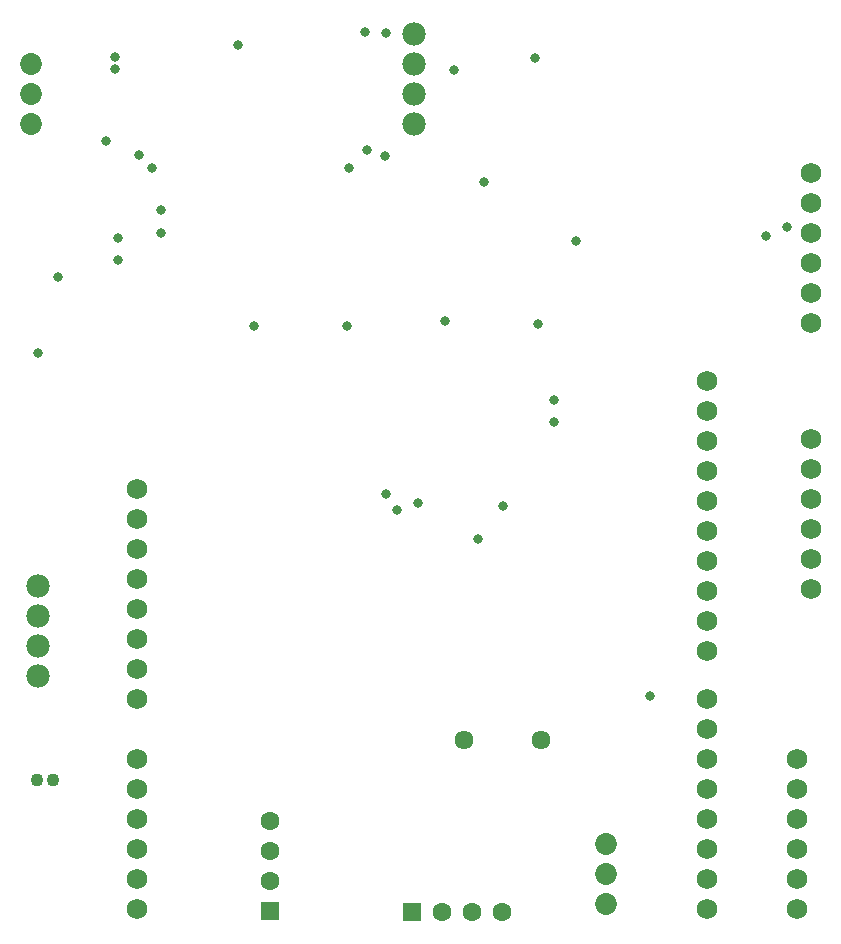
<source format=gbs>
G04*
G04 #@! TF.GenerationSoftware,Altium Limited,Altium Designer,22.3.1 (43)*
G04*
G04 Layer_Color=16711935*
%FSLAX25Y25*%
%MOIN*%
G70*
G04*
G04 #@! TF.SameCoordinates,7998B177-6A3A-43FF-968B-635B49023C71*
G04*
G04*
G04 #@! TF.FilePolarity,Negative*
G04*
G01*
G75*
%ADD35C,0.06800*%
%ADD36C,0.07800*%
%ADD37R,0.06304X0.06304*%
%ADD38C,0.06304*%
%ADD39C,0.06343*%
%ADD40C,0.07296*%
%ADD41C,0.04343*%
%ADD42R,0.06304X0.06304*%
%ADD43C,0.03300*%
D35*
X274400Y146800D02*
D03*
Y156800D02*
D03*
Y166800D02*
D03*
Y176800D02*
D03*
Y186800D02*
D03*
Y196800D02*
D03*
Y285300D02*
D03*
Y275300D02*
D03*
Y265300D02*
D03*
Y255300D02*
D03*
Y245300D02*
D03*
Y235300D02*
D03*
X270000Y90000D02*
D03*
Y80000D02*
D03*
Y70000D02*
D03*
Y60000D02*
D03*
Y50000D02*
D03*
Y40000D02*
D03*
X239912Y39869D02*
D03*
Y49869D02*
D03*
Y59869D02*
D03*
Y69868D02*
D03*
Y79869D02*
D03*
Y89868D02*
D03*
Y99869D02*
D03*
Y109869D02*
D03*
X240000Y216000D02*
D03*
Y206000D02*
D03*
Y196000D02*
D03*
Y186000D02*
D03*
Y176000D02*
D03*
Y166000D02*
D03*
Y156000D02*
D03*
Y146000D02*
D03*
Y136000D02*
D03*
Y126000D02*
D03*
X50000Y40000D02*
D03*
Y50000D02*
D03*
Y60000D02*
D03*
Y70000D02*
D03*
Y80000D02*
D03*
Y90000D02*
D03*
Y110000D02*
D03*
Y120000D02*
D03*
Y130000D02*
D03*
Y140000D02*
D03*
Y150000D02*
D03*
Y160000D02*
D03*
Y170000D02*
D03*
Y180000D02*
D03*
D36*
X142200Y311800D02*
D03*
Y301800D02*
D03*
Y331800D02*
D03*
Y321800D02*
D03*
X17000Y127700D02*
D03*
Y117700D02*
D03*
Y147700D02*
D03*
Y137700D02*
D03*
D37*
X94200Y39400D02*
D03*
D38*
Y49400D02*
D03*
Y59400D02*
D03*
Y69400D02*
D03*
X151500Y39000D02*
D03*
X161500D02*
D03*
X171500D02*
D03*
D39*
X184491Y96300D02*
D03*
X158900D02*
D03*
D40*
X206300Y61600D02*
D03*
Y51600D02*
D03*
Y41600D02*
D03*
X14500Y321700D02*
D03*
Y311700D02*
D03*
Y301700D02*
D03*
D41*
X21856Y82872D02*
D03*
X16344D02*
D03*
D42*
X141500Y39000D02*
D03*
D43*
X163500Y163500D02*
D03*
X42500Y320000D02*
D03*
X58000Y265500D02*
D03*
Y273000D02*
D03*
X55000Y287000D02*
D03*
X50500Y291500D02*
D03*
X43500Y256500D02*
D03*
Y263550D02*
D03*
X126000Y332500D02*
D03*
X133000Y332000D02*
D03*
X83500Y328000D02*
D03*
X132500Y291000D02*
D03*
X126450Y293150D02*
D03*
X136500Y173000D02*
D03*
X189000Y202500D02*
D03*
Y209550D02*
D03*
X266500Y267500D02*
D03*
X259500Y264500D02*
D03*
X183500Y235000D02*
D03*
X152500Y236000D02*
D03*
X120000Y234500D02*
D03*
X89000D02*
D03*
X165400Y282200D02*
D03*
X182500Y323800D02*
D03*
X155400Y319800D02*
D03*
X120600Y287000D02*
D03*
X39600Y296000D02*
D03*
X42500Y324000D02*
D03*
X23600Y250800D02*
D03*
X16800Y225200D02*
D03*
X196300Y262600D02*
D03*
X220800Y111100D02*
D03*
X143500Y175300D02*
D03*
X132700Y178300D02*
D03*
X171900Y174400D02*
D03*
M02*

</source>
